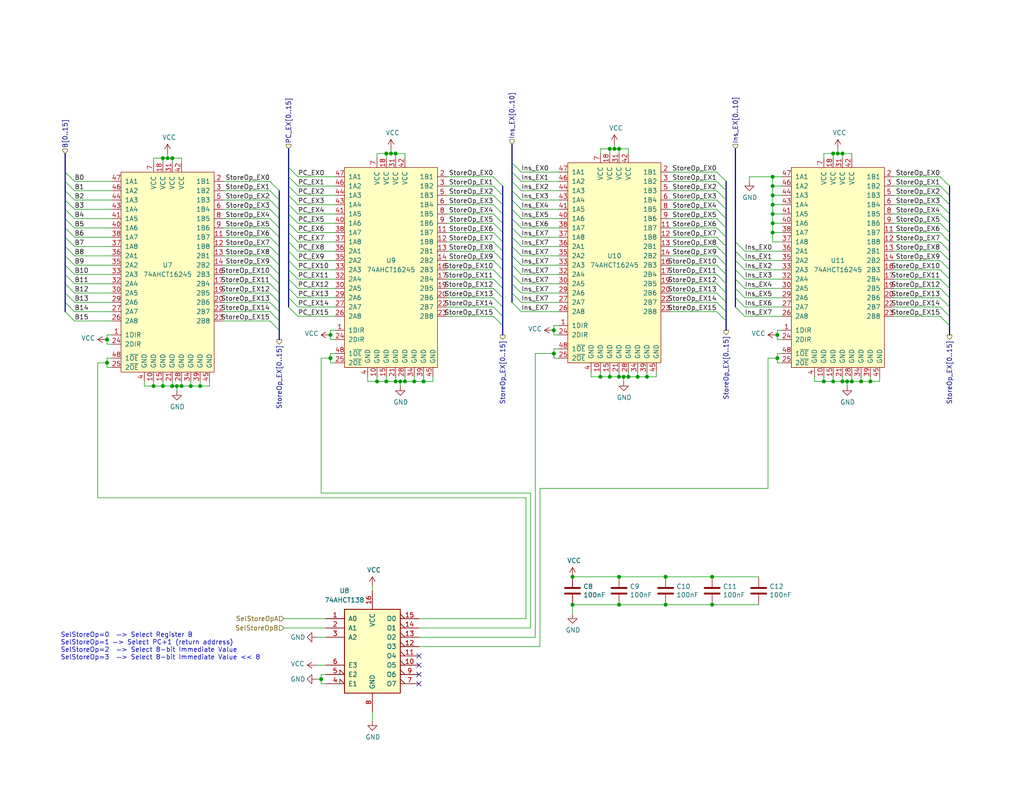
<source format=kicad_sch>
(kicad_sch (version 20250114) (generator "eeschema") (generator_version "9.0")
  (paper "USLetter")
  (title_block (title "Select Store Operand") (date "2022-09-24") (rev "B") (comment 3 "the program counter value, or an eight-bit immediate value.") (comment 4 "The Store Operand can be taken from either the value on port B of the register file,"))
  (lib_symbols
    (symbol "74xx (kicad5):74AHCT16245_ab" (pin_names (offset 1.016))
      (property "Reference" "U" (at 0 1.27 0))
      (property "Value" "74AHCT16245_ab" (at 0 -1.27 0))
      (symbol "74AHCT16245_ab_1_1"
        (pin input line (at -15.24 24.13 0) (length 2.54) (name "1A1") (number "47"))
        (pin input line (at -15.24 21.59 0) (length 2.54) (name "1A2") (number "46"))
        (pin input line (at -15.24 19.05 0) (length 2.54) (name "1A3") (number "44"))
        (pin input line (at -15.24 16.51 0) (length 2.54) (name "1A4") (number "43"))
        (pin input line (at -15.24 13.97 0) (length 2.54) (name "1A5") (number "41"))
        (pin input line (at -15.24 11.43 0) (length 2.54) (name "1A6") (number "40"))
        (pin input line (at -15.24 8.89 0) (length 2.54) (name "1A7") (number "38"))
        (pin input line (at -15.24 6.35 0) (length 2.54) (name "1A8") (number "37"))
        (pin input line (at -15.24 3.81 0) (length 2.54) (name "2A1") (number "36"))
        (pin input line (at -15.24 1.27 0) (length 2.54) (name "2A2") (number "35"))
        (pin input line (at -15.24 -1.27 0) (length 2.54) (name "2A3") (number "33"))
        (pin input line (at -15.24 -3.81 0) (length 2.54) (name "2A4") (number "32"))
        (pin input line (at -15.24 -6.35 0) (length 2.54) (name "2A5") (number "30"))
        (pin input line (at -15.24 -8.89 0) (length 2.54) (name "2A6") (number "29"))
        (pin input line (at -15.24 -11.43 0) (length 2.54) (name "2A7") (number "27"))
        (pin input line (at -15.24 -13.97 0) (length 2.54) (name "2A8") (number "26"))
        (pin input line (at -15.24 -17.78 0) (length 2.54) (name "1DIR") (number "1"))
        (pin input line (at -15.24 -20.32 0) (length 2.54) (name "2DIR") (number "24"))
        (pin input line (at -15.24 -24.13 0) (length 2.54) (name "1~{OE}") (number "48"))
        (pin input line (at -15.24 -26.67 0) (length 2.54) (name "2~{OE}") (number "25"))
        (pin power_in line (at -6.35 -30.48 90) (length 2.54) (name "GND") (number "4"))
        (pin power_in line (at -3.81 29.21 270) (length 2.54) (name "VCC") (number "7"))
        (pin power_in line (at -3.81 -30.48 90) (length 2.54) (name "GND") (number "10"))
        (pin power_in line (at -1.27 29.21 270) (length 2.54) (name "VCC") (number "18"))
        (pin power_in line (at -1.27 -30.48 90) (length 2.54) (name "GND") (number "15"))
        (pin power_in line (at 1.27 29.21 270) (length 2.54) (name "VCC") (number "31"))
        (pin power_in line (at 1.27 -30.48 90) (length 2.54) (name "GND") (number "21"))
        (pin power_in line (at 3.81 29.21 270) (length 2.54) (name "VCC") (number "42"))
        (pin power_in line (at 3.81 -30.48 90) (length 2.54) (name "GND") (number "28"))
        (pin power_in line (at 6.35 -30.48 90) (length 2.54) (name "GND") (number "34"))
        (pin power_in line (at 8.89 -30.48 90) (length 2.54) (name "GND") (number "39"))
        (pin power_in line (at 11.43 -30.48 90) (length 2.54) (name "GND") (number "45"))
        (pin tri_state line (at 15.24 24.13 180) (length 2.54) (name "1B1") (number "2"))
        (pin tri_state line (at 15.24 21.59 180) (length 2.54) (name "1B2") (number "3"))
        (pin tri_state line (at 15.24 19.05 180) (length 2.54) (name "1B3") (number "5"))
        (pin tri_state line (at 15.24 16.51 180) (length 2.54) (name "1B4") (number "6"))
        (pin tri_state line (at 15.24 13.97 180) (length 2.54) (name "1B5") (number "8"))
        (pin tri_state line (at 15.24 11.43 180) (length 2.54) (name "1B6") (number "9"))
        (pin tri_state line (at 15.24 8.89 180) (length 2.54) (name "1B7") (number "11"))
        (pin tri_state line (at 15.24 6.35 180) (length 2.54) (name "1B8") (number "12"))
        (pin tri_state line (at 15.24 3.81 180) (length 2.54) (name "2B1") (number "13"))
        (pin tri_state line (at 15.24 1.27 180) (length 2.54) (name "2B2") (number "14"))
        (pin tri_state line (at 15.24 -1.27 180) (length 2.54) (name "2B3") (number "16"))
        (pin tri_state line (at 15.24 -3.81 180) (length 2.54) (name "2B4") (number "17"))
        (pin tri_state line (at 15.24 -6.35 180) (length 2.54) (name "2B5") (number "19"))
        (pin tri_state line (at 15.24 -8.89 180) (length 2.54) (name "2B6") (number "20"))
        (pin tri_state line (at 15.24 -11.43 180) (length 2.54) (name "2B7") (number "22"))
        (pin tri_state line (at 15.24 -13.97 180) (length 2.54) (name "2B8") (number "23"))
      )
    )
    (symbol "74xx:74LS138" (pin_names (offset 1.016))
      (property "Reference" "U" (at -7.62 11.43 0))
      (property "Value" "74LS138" (at -7.62 -13.97 0))
      (symbol "74LS138_1_0"
        (pin input line (at -12.7 7.62 0) (length 5.08) (name "A0") (number "1"))
        (pin input line (at -12.7 5.08 0) (length 5.08) (name "A1") (number "2"))
        (pin input line (at -12.7 2.54 0) (length 5.08) (name "A2") (number "3"))
        (pin input line (at -12.7 -5.08 0) (length 5.08) (name "E3") (number "6"))
        (pin input input_low (at -12.7 -7.62 0) (length 5.08) (name "E2") (number "5"))
        (pin input input_low (at -12.7 -10.16 0) (length 5.08) (name "E1") (number "4"))
        (pin power_in line (at 0 15.24 270) (length 5.08) (name "VCC") (number "16"))
        (pin power_in line (at 0 -17.78 90) (length 5.08) (name "GND") (number "8"))
        (pin output output_low (at 12.7 7.62 180) (length 5.08) (name "O0") (number "15"))
        (pin output output_low (at 12.7 5.08 180) (length 5.08) (name "O1") (number "14"))
        (pin output output_low (at 12.7 2.54 180) (length 5.08) (name "O2") (number "13"))
        (pin output output_low (at 12.7 0 180) (length 5.08) (name "O3") (number "12"))
        (pin output output_low (at 12.7 -2.54 180) (length 5.08) (name "O4") (number "11"))
        (pin output output_low (at 12.7 -5.08 180) (length 5.08) (name "O5") (number "10"))
        (pin output output_low (at 12.7 -7.62 180) (length 5.08) (name "O6") (number "9"))
        (pin output output_low (at 12.7 -10.16 180) (length 5.08) (name "O7") (number "7"))
      )
    )
    (symbol "Device:C" (pin_numbers (hide yes)) (pin_names (offset 0.254))
      (property "Reference" "C" (at 0.635 2.54 0))
      (property "Value" "C" (at 0.635 -2.54 0))
      (symbol "C_1_1"
        (pin passive line (at 0 3.81 270) (length 2.794) (name "~") (number "1"))
        (pin passive line (at 0 -3.81 90) (length 2.794) (name "~") (number "2"))
      )
    )
    (symbol "power:GND" (power) (pin_names (offset 0))
      (property "Value" "GND" (at 0 -3.81 0))
      (symbol "GND_1_1"
        (pin power_in line (at 0 0 270) (length 0) (hide yes) (name "GND") (number "1"))
      )
    )
    (symbol "power:VCC" (power) (pin_names (offset 0))
      (property "Value" "VCC" (at 0 3.81 0))
      (symbol "VCC_1_1"
        (pin power_in line (at 0 0 90) (length 0) (hide yes) (name "VCC") (number "1"))
      )
    )
  )
  (text "SelStoreOp=0  —> Select Register B\nSelStoreOp=1 —> Select PC+1 (return address)\nSelStoreOp=2  —> Select 8-bit Immediate Value\nSelStoreOp=3  —> Select 8-bit Immediate Value << 8" (at 16.51 180.34 0) (effects (font (size 1.27 1.27)) (justify left bottom)))
  (junction (at 176.53 102.87))
  (junction (at 212.09 91.44))
  (junction (at 181.61 165.1))
  (junction (at 29.21 92.71))
  (junction (at 228.6 41.91))
  (junction (at 107.95 104.14))
  (junction (at 227.33 41.91))
  (junction (at 87.63 185.42))
  (junction (at 181.61 157.48))
  (junction (at 168.91 102.87))
  (junction (at 167.64 40.64))
  (junction (at 210.82 50.8))
  (junction (at 212.09 97.79))
  (junction (at 52.07 105.41))
  (junction (at 46.99 43.18))
  (junction (at 224.79 104.14))
  (junction (at 46.99 105.41))
  (junction (at 105.41 41.91))
  (junction (at 106.68 41.91))
  (junction (at 210.82 60.96))
  (junction (at 229.87 41.91))
  (junction (at 170.18 102.87))
  (junction (at 156.21 157.48))
  (junction (at 171.45 102.87))
  (junction (at 231.14 104.14))
  (junction (at 166.37 40.64))
  (junction (at 102.87 104.14))
  (junction (at 44.45 43.18))
  (junction (at 210.82 53.34))
  (junction (at 115.57 104.14))
  (junction (at 163.83 102.87))
  (junction (at 194.31 165.1))
  (junction (at 110.49 104.14))
  (junction (at 237.49 104.14))
  (junction (at 210.82 55.88))
  (junction (at 49.53 105.41))
  (junction (at 166.37 102.87))
  (junction (at 107.95 41.91))
  (junction (at 151.13 96.52))
  (junction (at 105.41 104.14))
  (junction (at 41.91 105.41))
  (junction (at 194.31 157.48))
  (junction (at 44.45 105.41))
  (junction (at 29.21 99.06))
  (junction (at 227.33 104.14))
  (junction (at 168.91 40.64))
  (junction (at 54.61 105.41))
  (junction (at 234.95 104.14))
  (junction (at 210.82 63.5))
  (junction (at 90.17 97.79))
  (junction (at 48.26 105.41))
  (junction (at 232.41 104.14))
  (junction (at 210.82 48.26))
  (junction (at 113.03 104.14))
  (junction (at 151.13 90.17))
  (junction (at 156.21 165.1))
  (junction (at 109.22 104.14))
  (junction (at 168.91 165.1))
  (junction (at 173.99 102.87))
  (junction (at 90.17 91.44))
  (junction (at 168.91 157.48))
  (junction (at 210.82 58.42))
  (junction (at 229.87 104.14))
  (junction (at 45.72 43.18))
  (no_connect (at 114.3 181.61))
  (no_connect (at 114.3 184.15))
  (no_connect (at 114.3 186.69))
  (no_connect (at 114.3 179.07))
  (bus_entry (at 142.24 54.61) (size -2.54 -2.54))
  (bus_entry (at 203.2 73.66) (size -2.54 -2.54))
  (bus_entry (at 198.12 82.55) (size -2.54 -2.54))
  (bus_entry (at 17.78 85.09) (size 2.54 2.54))
  (bus_entry (at 81.28 55.88) (size -2.54 -2.54))
  (bus_entry (at 81.28 78.74) (size -2.54 -2.54))
  (bus_entry (at 17.78 59.69) (size 2.54 2.54))
  (bus_entry (at 259.08 55.88) (size -2.54 -2.54))
  (bus_entry (at 142.24 85.09) (size -2.54 -2.54))
  (bus_entry (at 81.28 83.82) (size -2.54 -2.54))
  (bus_entry (at 76.2 80.01) (size -2.54 -2.54))
  (bus_entry (at 203.2 78.74) (size -2.54 -2.54))
  (bus_entry (at 137.16 66.04) (size -2.54 -2.54))
  (bus_entry (at 198.12 57.15) (size -2.54 -2.54))
  (bus_entry (at 142.24 49.53) (size -2.54 -2.54))
  (bus_entry (at 76.2 54.61) (size -2.54 -2.54))
  (bus_entry (at 142.24 62.23) (size -2.54 -2.54))
  (bus_entry (at 17.78 72.39) (size 2.54 2.54))
  (bus_entry (at 198.12 62.23) (size -2.54 -2.54))
  (bus_entry (at 17.78 46.99) (size 2.54 2.54))
  (bus_entry (at 137.16 83.82) (size -2.54 -2.54))
  (bus_entry (at 203.2 71.12) (size -2.54 -2.54))
  (bus_entry (at 259.08 68.58) (size -2.54 -2.54))
  (bus_entry (at 17.78 62.23) (size 2.54 2.54))
  (bus_entry (at 76.2 64.77) (size -2.54 -2.54))
  (bus_entry (at 17.78 54.61) (size 2.54 2.54))
  (bus_entry (at 137.16 68.58) (size -2.54 -2.54))
  (bus_entry (at 259.08 66.04) (size -2.54 -2.54))
  (bus_entry (at 137.16 78.74) (size -2.54 -2.54))
  (bus_entry (at 203.2 81.28) (size -2.54 -2.54))
  (bus_entry (at 198.12 77.47) (size -2.54 -2.54))
  (bus_entry (at 198.12 87.63) (size -2.54 -2.54))
  (bus_entry (at 142.24 46.99) (size -2.54 -2.54))
  (bus_entry (at 137.16 71.12) (size -2.54 -2.54))
  (bus_entry (at 198.12 49.53) (size -2.54 -2.54))
  (bus_entry (at 17.78 77.47) (size 2.54 2.54))
  (bus_entry (at 81.28 63.5) (size -2.54 -2.54))
  (bus_entry (at 81.28 76.2) (size -2.54 -2.54))
  (bus_entry (at 17.78 69.85) (size 2.54 2.54))
  (bus_entry (at 198.12 72.39) (size -2.54 -2.54))
  (bus_entry (at 142.24 82.55) (size -2.54 -2.54))
  (bus_entry (at 198.12 69.85) (size -2.54 -2.54))
  (bus_entry (at 137.16 63.5) (size -2.54 -2.54))
  (bus_entry (at 259.08 86.36) (size -2.54 -2.54))
  (bus_entry (at 76.2 85.09) (size -2.54 -2.54))
  (bus_entry (at 142.24 59.69) (size -2.54 -2.54))
  (bus_entry (at 198.12 52.07) (size -2.54 -2.54))
  (bus_entry (at 198.12 85.09) (size -2.54 -2.54))
  (bus_entry (at 259.08 73.66) (size -2.54 -2.54))
  (bus_entry (at 259.08 78.74) (size -2.54 -2.54))
  (bus_entry (at 259.08 63.5) (size -2.54 -2.54))
  (bus_entry (at 76.2 90.17) (size -2.54 -2.54))
  (bus_entry (at 142.24 57.15) (size -2.54 -2.54))
  (bus_entry (at 259.08 58.42) (size -2.54 -2.54))
  (bus_entry (at 137.16 58.42) (size -2.54 -2.54))
  (bus_entry (at 259.08 50.8) (size -2.54 -2.54))
  (bus_entry (at 259.08 88.9) (size -2.54 -2.54))
  (bus_entry (at 17.78 52.07) (size 2.54 2.54))
  (bus_entry (at 17.78 74.93) (size 2.54 2.54))
  (bus_entry (at 198.12 59.69) (size -2.54 -2.54))
  (bus_entry (at 76.2 77.47) (size -2.54 -2.54))
  (bus_entry (at 81.28 71.12) (size -2.54 -2.54))
  (bus_entry (at 137.16 50.8) (size -2.54 -2.54))
  (bus_entry (at 137.16 76.2) (size -2.54 -2.54))
  (bus_entry (at 81.28 53.34) (size -2.54 -2.54))
  (bus_entry (at 81.28 66.04) (size -2.54 -2.54))
  (bus_entry (at 17.78 82.55) (size 2.54 2.54))
  (bus_entry (at 17.78 80.01) (size 2.54 2.54))
  (bus_entry (at 81.28 73.66) (size -2.54 -2.54))
  (bus_entry (at 17.78 64.77) (size 2.54 2.54))
  (bus_entry (at 142.24 69.85) (size -2.54 -2.54))
  (bus_entry (at 81.28 68.58) (size -2.54 -2.54))
  (bus_entry (at 81.28 48.26) (size -2.54 -2.54))
  (bus_entry (at 76.2 52.07) (size -2.54 -2.54))
  (bus_entry (at 259.08 81.28) (size -2.54 -2.54))
  (bus_entry (at 259.08 71.12) (size -2.54 -2.54))
  (bus_entry (at 203.2 76.2) (size -2.54 -2.54))
  (bus_entry (at 142.24 64.77) (size -2.54 -2.54))
  (bus_entry (at 198.12 67.31) (size -2.54 -2.54))
  (bus_entry (at 203.2 83.82) (size -2.54 -2.54))
  (bus_entry (at 76.2 82.55) (size -2.54 -2.54))
  (bus_entry (at 142.24 74.93) (size -2.54 -2.54))
  (bus_entry (at 76.2 69.85) (size -2.54 -2.54))
  (bus_entry (at 137.16 81.28) (size -2.54 -2.54))
  (bus_entry (at 81.28 58.42) (size -2.54 -2.54))
  (bus_entry (at 76.2 74.93) (size -2.54 -2.54))
  (bus_entry (at 137.16 53.34) (size -2.54 -2.54))
  (bus_entry (at 137.16 55.88) (size -2.54 -2.54))
  (bus_entry (at 137.16 73.66) (size -2.54 -2.54))
  (bus_entry (at 259.08 60.96) (size -2.54 -2.54))
  (bus_entry (at 17.78 57.15) (size 2.54 2.54))
  (bus_entry (at 76.2 59.69) (size -2.54 -2.54))
  (bus_entry (at 198.12 74.93) (size -2.54 -2.54))
  (bus_entry (at 17.78 49.53) (size 2.54 2.54))
  (bus_entry (at 203.2 86.36) (size -2.54 -2.54))
  (bus_entry (at 198.12 64.77) (size -2.54 -2.54))
  (bus_entry (at 259.08 83.82) (size -2.54 -2.54))
  (bus_entry (at 259.08 53.34) (size -2.54 -2.54))
  (bus_entry (at 203.2 68.58) (size -2.54 -2.54))
  (bus_entry (at 198.12 80.01) (size -2.54 -2.54))
  (bus_entry (at 81.28 86.36) (size -2.54 -2.54))
  (bus_entry (at 142.24 77.47) (size -2.54 -2.54))
  (bus_entry (at 142.24 72.39) (size -2.54 -2.54))
  (bus_entry (at 76.2 62.23) (size -2.54 -2.54))
  (bus_entry (at 81.28 50.8) (size -2.54 -2.54))
  (bus_entry (at 76.2 87.63) (size -2.54 -2.54))
  (bus_entry (at 142.24 52.07) (size -2.54 -2.54))
  (bus_entry (at 76.2 67.31) (size -2.54 -2.54))
  (bus_entry (at 142.24 67.31) (size -2.54 -2.54))
  (bus_entry (at 17.78 67.31) (size 2.54 2.54))
  (bus_entry (at 137.16 86.36) (size -2.54 -2.54))
  (bus_entry (at 198.12 54.61) (size -2.54 -2.54))
  (bus_entry (at 76.2 72.39) (size -2.54 -2.54))
  (bus_entry (at 259.08 76.2) (size -2.54 -2.54))
  (bus_entry (at 137.16 88.9) (size -2.54 -2.54))
  (bus_entry (at 81.28 60.96) (size -2.54 -2.54))
  (bus_entry (at 137.16 60.96) (size -2.54 -2.54))
  (bus_entry (at 142.24 80.01) (size -2.54 -2.54))
  (bus_entry (at 76.2 57.15) (size -2.54 -2.54))
  (bus_entry (at 81.28 81.28) (size -2.54 -2.54))
  (wire (pts (xy 203.2 86.36) (xy 213.36 86.36)))
  (wire (pts (xy 105.41 41.91) (xy 106.68 41.91)))
  (wire (pts (xy 134.62 58.42) (xy 121.92 58.42)))
  (wire (pts (xy 29.21 100.33) (xy 30.48 100.33)))
  (bus (pts (xy 139.7 64.77) (xy 139.7 67.31)))
  (bus (pts (xy 137.16 50.8) (xy 137.16 53.34)))
  (bus (pts (xy 139.7 69.85) (xy 139.7 72.39)))
  (wire (pts (xy 20.32 49.53) (xy 30.48 49.53)))
  (bus (pts (xy 17.78 67.31) (xy 17.78 69.85)))
  (wire (pts (xy 44.45 104.14) (xy 44.45 105.41)))
  (bus (pts (xy 259.08 78.74) (xy 259.08 81.28)))
  (bus (pts (xy 76.2 87.63) (xy 76.2 90.17)))
  (wire (pts (xy 87.63 134.62) (xy 144.78 134.62)))
  (wire (pts (xy 113.03 104.14) (xy 115.57 104.14)))
  (wire (pts (xy 109.22 104.14) (xy 110.49 104.14)))
  (wire (pts (xy 109.22 105.41) (xy 109.22 104.14)))
  (bus (pts (xy 76.2 57.15) (xy 76.2 59.69)))
  (bus (pts (xy 198.12 57.15) (xy 198.12 59.69)))
  (bus (pts (xy 259.08 58.42) (xy 259.08 60.96)))
  (wire (pts (xy 173.99 102.87) (xy 176.53 102.87)))
  (wire (pts (xy 91.44 90.17) (xy 90.17 90.17)))
  (bus (pts (xy 17.78 46.99) (xy 17.78 49.53)))
  (wire (pts (xy 134.62 78.74) (xy 121.92 78.74)))
  (wire (pts (xy 102.87 41.91) (xy 105.41 41.91)))
  (wire (pts (xy 20.32 72.39) (xy 30.48 72.39)))
  (wire (pts (xy 156.21 167.64) (xy 156.21 165.1)))
  (wire (pts (xy 90.17 97.79) (xy 90.17 99.06)))
  (wire (pts (xy 115.57 104.14) (xy 118.11 104.14)))
  (wire (pts (xy 256.54 55.88) (xy 243.84 55.88)))
  (wire (pts (xy 87.63 186.69) (xy 88.9 186.69)))
  (wire (pts (xy 134.62 73.66) (xy 121.92 73.66)))
  (wire (pts (xy 73.66 69.85) (xy 60.96 69.85)))
  (wire (pts (xy 73.66 74.93) (xy 60.96 74.93)))
  (wire (pts (xy 151.13 88.9) (xy 151.13 90.17)))
  (bus (pts (xy 17.78 64.77) (xy 17.78 67.31)))
  (bus (pts (xy 198.12 80.01) (xy 198.12 82.55)))
  (bus (pts (xy 198.12 52.07) (xy 198.12 54.61)))
  (wire (pts (xy 152.4 91.44) (xy 151.13 91.44)))
  (wire (pts (xy 142.24 67.31) (xy 152.4 67.31)))
  (bus (pts (xy 139.7 49.53) (xy 139.7 52.07)))
  (bus (pts (xy 17.78 80.01) (xy 17.78 82.55)))
  (wire (pts (xy 237.49 102.87) (xy 237.49 104.14)))
  (wire (pts (xy 73.66 57.15) (xy 60.96 57.15)))
  (wire (pts (xy 20.32 67.31) (xy 30.48 67.31)))
  (wire (pts (xy 90.17 96.52) (xy 90.17 97.79)))
  (bus (pts (xy 78.74 66.04) (xy 78.74 68.58)))
  (wire (pts (xy 88.9 184.15) (xy 87.63 184.15)))
  (bus (pts (xy 259.08 73.66) (xy 259.08 76.2)))
  (wire (pts (xy 110.49 102.87) (xy 110.49 104.14)))
  (bus (pts (xy 200.66 76.2) (xy 200.66 78.74)))
  (wire (pts (xy 29.21 99.06) (xy 29.21 100.33)))
  (wire (pts (xy 176.53 102.87) (xy 179.07 102.87)))
  (bus (pts (xy 76.2 80.01) (xy 76.2 82.55)))
  (wire (pts (xy 166.37 102.87) (xy 168.91 102.87)))
  (wire (pts (xy 210.82 50.8) (xy 210.82 48.26)))
  (wire (pts (xy 232.41 41.91) (xy 232.41 43.18)))
  (wire (pts (xy 256.54 81.28) (xy 243.84 81.28)))
  (wire (pts (xy 110.49 41.91) (xy 110.49 43.18)))
  (wire (pts (xy 173.99 101.6) (xy 173.99 102.87)))
  (wire (pts (xy 107.95 104.14) (xy 109.22 104.14)))
  (bus (pts (xy 139.7 74.93) (xy 139.7 77.47)))
  (bus (pts (xy 259.08 88.9) (xy 259.08 91.44)))
  (wire (pts (xy 146.05 96.52) (xy 146.05 173.99)))
  (bus (pts (xy 200.66 66.04) (xy 200.66 68.58)))
  (wire (pts (xy 142.24 69.85) (xy 152.4 69.85)))
  (wire (pts (xy 142.24 80.01) (xy 152.4 80.01)))
  (wire (pts (xy 195.58 59.69) (xy 182.88 59.69)))
  (wire (pts (xy 29.21 91.44) (xy 29.21 92.71)))
  (wire (pts (xy 73.66 59.69) (xy 60.96 59.69)))
  (wire (pts (xy 114.3 176.53) (xy 147.32 176.53)))
  (wire (pts (xy 48.26 106.68) (xy 48.26 105.41)))
  (wire (pts (xy 195.58 69.85) (xy 182.88 69.85)))
  (wire (pts (xy 106.68 40.64) (xy 106.68 41.91)))
  (wire (pts (xy 102.87 102.87) (xy 102.87 104.14)))
  (bus (pts (xy 76.2 67.31) (xy 76.2 69.85)))
  (bus (pts (xy 78.74 58.42) (xy 78.74 60.96)))
  (wire (pts (xy 134.62 60.96) (xy 121.92 60.96)))
  (wire (pts (xy 91.44 96.52) (xy 90.17 96.52)))
  (wire (pts (xy 81.28 71.12) (xy 91.44 71.12)))
  (wire (pts (xy 142.24 64.77) (xy 152.4 64.77)))
  (bus (pts (xy 137.16 53.34) (xy 137.16 55.88)))
  (wire (pts (xy 87.63 184.15) (xy 87.63 185.42)))
  (bus (pts (xy 78.74 68.58) (xy 78.74 71.12)))
  (wire (pts (xy 20.32 57.15) (xy 30.48 57.15)))
  (wire (pts (xy 29.21 93.98) (xy 29.21 92.71)))
  (wire (pts (xy 227.33 104.14) (xy 229.87 104.14)))
  (wire (pts (xy 41.91 44.45) (xy 41.91 43.18)))
  (bus (pts (xy 137.16 73.66) (xy 137.16 76.2)))
  (wire (pts (xy 195.58 80.01) (xy 182.88 80.01)))
  (wire (pts (xy 203.2 73.66) (xy 213.36 73.66)))
  (wire (pts (xy 102.87 104.14) (xy 105.41 104.14)))
  (wire (pts (xy 222.25 102.87) (xy 222.25 104.14)))
  (wire (pts (xy 90.17 99.06) (xy 91.44 99.06)))
  (wire (pts (xy 81.28 66.04) (xy 91.44 66.04)))
  (wire (pts (xy 134.62 50.8) (xy 121.92 50.8)))
  (bus (pts (xy 17.78 72.39) (xy 17.78 74.93)))
  (wire (pts (xy 151.13 96.52) (xy 151.13 97.79)))
  (wire (pts (xy 142.24 49.53) (xy 152.4 49.53)))
  (wire (pts (xy 234.95 102.87) (xy 234.95 104.14)))
  (wire (pts (xy 142.24 74.93) (xy 152.4 74.93)))
  (bus (pts (xy 76.2 59.69) (xy 76.2 62.23)))
  (wire (pts (xy 181.61 157.48) (xy 194.31 157.48)))
  (wire (pts (xy 26.67 135.89) (xy 143.51 135.89)))
  (wire (pts (xy 100.33 102.87) (xy 100.33 104.14)))
  (wire (pts (xy 210.82 48.26) (xy 213.36 48.26)))
  (bus (pts (xy 198.12 49.53) (xy 198.12 52.07)))
  (bus (pts (xy 200.66 78.74) (xy 200.66 81.28)))
  (wire (pts (xy 115.57 102.87) (xy 115.57 104.14)))
  (wire (pts (xy 52.07 104.14) (xy 52.07 105.41)))
  (wire (pts (xy 134.62 71.12) (xy 121.92 71.12)))
  (wire (pts (xy 256.54 76.2) (xy 243.84 76.2)))
  (wire (pts (xy 224.79 41.91) (xy 227.33 41.91)))
  (wire (pts (xy 73.66 77.47) (xy 60.96 77.47)))
  (wire (pts (xy 81.28 68.58) (xy 91.44 68.58)))
  (bus (pts (xy 78.74 71.12) (xy 78.74 73.66)))
  (wire (pts (xy 168.91 40.64) (xy 168.91 41.91)))
  (wire (pts (xy 102.87 43.18) (xy 102.87 41.91)))
  (bus (pts (xy 259.08 50.8) (xy 259.08 53.34)))
  (wire (pts (xy 20.32 87.63) (xy 30.48 87.63)))
  (wire (pts (xy 81.28 50.8) (xy 91.44 50.8)))
  (wire (pts (xy 195.58 72.39) (xy 182.88 72.39)))
  (wire (pts (xy 77.47 168.91) (xy 88.9 168.91)))
  (wire (pts (xy 195.58 74.93) (xy 182.88 74.93)))
  (bus (pts (xy 76.2 64.77) (xy 76.2 67.31)))
  (wire (pts (xy 224.79 43.18) (xy 224.79 41.91)))
  (wire (pts (xy 203.2 78.74) (xy 213.36 78.74)))
  (wire (pts (xy 39.37 104.14) (xy 39.37 105.41)))
  (wire (pts (xy 105.41 104.14) (xy 107.95 104.14)))
  (wire (pts (xy 110.49 104.14) (xy 113.03 104.14)))
  (wire (pts (xy 151.13 97.79) (xy 152.4 97.79)))
  (wire (pts (xy 73.66 85.09) (xy 60.96 85.09)))
  (wire (pts (xy 142.24 77.47) (xy 152.4 77.47)))
  (bus (pts (xy 200.66 81.28) (xy 200.66 83.82)))
  (wire (pts (xy 203.2 71.12) (xy 213.36 71.12)))
  (bus (pts (xy 139.7 67.31) (xy 139.7 69.85)))
  (wire (pts (xy 212.09 99.06) (xy 213.36 99.06)))
  (wire (pts (xy 142.24 85.09) (xy 152.4 85.09)))
  (wire (pts (xy 147.32 133.35) (xy 147.32 176.53)))
  (wire (pts (xy 73.66 82.55) (xy 60.96 82.55)))
  (bus (pts (xy 137.16 58.42) (xy 137.16 60.96)))
  (bus (pts (xy 76.2 54.61) (xy 76.2 57.15)))
  (wire (pts (xy 49.53 105.41) (xy 52.07 105.41)))
  (bus (pts (xy 139.7 54.61) (xy 139.7 57.15)))
  (bus (pts (xy 259.08 81.28) (xy 259.08 83.82)))
  (wire (pts (xy 213.36 55.88) (xy 210.82 55.88)))
  (wire (pts (xy 181.61 165.1) (xy 168.91 165.1)))
  (wire (pts (xy 46.99 43.18) (xy 46.99 44.45)))
  (wire (pts (xy 73.66 64.77) (xy 60.96 64.77)))
  (wire (pts (xy 209.55 97.79) (xy 209.55 133.35)))
  (wire (pts (xy 52.07 105.41) (xy 54.61 105.41)))
  (wire (pts (xy 237.49 104.14) (xy 240.03 104.14)))
  (wire (pts (xy 171.45 102.87) (xy 173.99 102.87)))
  (bus (pts (xy 78.74 60.96) (xy 78.74 63.5)))
  (bus (pts (xy 139.7 39.37) (xy 139.7 44.45)))
  (wire (pts (xy 142.24 57.15) (xy 152.4 57.15)))
  (wire (pts (xy 212.09 96.52) (xy 212.09 97.79)))
  (wire (pts (xy 73.66 67.31) (xy 60.96 67.31)))
  (wire (pts (xy 73.66 87.63) (xy 60.96 87.63)))
  (wire (pts (xy 105.41 43.18) (xy 105.41 41.91)))
  (wire (pts (xy 234.95 104.14) (xy 237.49 104.14)))
  (wire (pts (xy 195.58 57.15) (xy 182.88 57.15)))
  (bus (pts (xy 139.7 80.01) (xy 139.7 82.55)))
  (wire (pts (xy 134.62 86.36) (xy 121.92 86.36)))
  (wire (pts (xy 195.58 52.07) (xy 182.88 52.07)))
  (bus (pts (xy 76.2 69.85) (xy 76.2 72.39)))
  (wire (pts (xy 44.45 44.45) (xy 44.45 43.18)))
  (wire (pts (xy 168.91 40.64) (xy 171.45 40.64)))
  (wire (pts (xy 195.58 67.31) (xy 182.88 67.31)))
  (wire (pts (xy 29.21 97.79) (xy 29.21 99.06)))
  (wire (pts (xy 101.6 194.31) (xy 101.6 196.85)))
  (bus (pts (xy 137.16 60.96) (xy 137.16 63.5)))
  (bus (pts (xy 139.7 57.15) (xy 139.7 59.69)))
  (wire (pts (xy 134.62 68.58) (xy 121.92 68.58)))
  (wire (pts (xy 20.32 62.23) (xy 30.48 62.23)))
  (wire (pts (xy 134.62 55.88) (xy 121.92 55.88)))
  (wire (pts (xy 195.58 49.53) (xy 182.88 49.53)))
  (wire (pts (xy 73.66 52.07) (xy 60.96 52.07)))
  (bus (pts (xy 200.66 40.64) (xy 200.66 66.04)))
  (wire (pts (xy 168.91 157.48) (xy 181.61 157.48)))
  (bus (pts (xy 139.7 52.07) (xy 139.7 54.61)))
  (bus (pts (xy 137.16 81.28) (xy 137.16 83.82)))
  (wire (pts (xy 224.79 102.87) (xy 224.79 104.14)))
  (wire (pts (xy 90.17 97.79) (xy 87.63 97.79)))
  (bus (pts (xy 17.78 52.07) (xy 17.78 54.61)))
  (wire (pts (xy 73.66 72.39) (xy 60.96 72.39)))
  (wire (pts (xy 212.09 97.79) (xy 212.09 99.06)))
  (wire (pts (xy 209.55 133.35) (xy 147.32 133.35)))
  (wire (pts (xy 87.63 185.42) (xy 87.63 186.69)))
  (wire (pts (xy 146.05 96.52) (xy 151.13 96.52)))
  (bus (pts (xy 78.74 78.74) (xy 78.74 81.28)))
  (wire (pts (xy 81.28 55.88) (xy 91.44 55.88)))
  (wire (pts (xy 156.21 157.48) (xy 168.91 157.48)))
  (wire (pts (xy 210.82 63.5) (xy 210.82 66.04)))
  (wire (pts (xy 45.72 43.18) (xy 46.99 43.18)))
  (wire (pts (xy 213.36 58.42) (xy 210.82 58.42)))
  (wire (pts (xy 203.2 76.2) (xy 213.36 76.2)))
  (wire (pts (xy 144.78 134.62) (xy 144.78 171.45)))
  (wire (pts (xy 41.91 104.14) (xy 41.91 105.41)))
  (wire (pts (xy 142.24 54.61) (xy 152.4 54.61)))
  (wire (pts (xy 168.91 101.6) (xy 168.91 102.87)))
  (bus (pts (xy 76.2 74.93) (xy 76.2 77.47)))
  (bus (pts (xy 137.16 68.58) (xy 137.16 71.12)))
  (wire (pts (xy 212.09 90.17) (xy 212.09 91.44)))
  (bus (pts (xy 259.08 60.96) (xy 259.08 63.5)))
  (bus (pts (xy 259.08 53.34) (xy 259.08 55.88)))
  (bus (pts (xy 198.12 62.23) (xy 198.12 64.77)))
  (bus (pts (xy 259.08 76.2) (xy 259.08 78.74)))
  (wire (pts (xy 195.58 54.61) (xy 182.88 54.61)))
  (wire (pts (xy 210.82 60.96) (xy 210.82 63.5)))
  (wire (pts (xy 176.53 101.6) (xy 176.53 102.87)))
  (bus (pts (xy 139.7 46.99) (xy 139.7 49.53)))
  (wire (pts (xy 210.82 58.42) (xy 210.82 60.96)))
  (bus (pts (xy 78.74 40.64) (xy 78.74 45.72)))
  (wire (pts (xy 256.54 53.34) (xy 243.84 53.34)))
  (bus (pts (xy 137.16 76.2) (xy 137.16 78.74)))
  (wire (pts (xy 210.82 58.42) (xy 210.82 55.88)))
  (wire (pts (xy 256.54 66.04) (xy 243.84 66.04)))
  (wire (pts (xy 163.83 102.87) (xy 166.37 102.87)))
  (wire (pts (xy 134.62 83.82) (xy 121.92 83.82)))
  (bus (pts (xy 200.66 68.58) (xy 200.66 71.12)))
  (wire (pts (xy 213.36 96.52) (xy 212.09 96.52)))
  (wire (pts (xy 20.32 82.55) (xy 30.48 82.55)))
  (wire (pts (xy 240.03 104.14) (xy 240.03 102.87)))
  (bus (pts (xy 198.12 54.61) (xy 198.12 57.15)))
  (wire (pts (xy 256.54 78.74) (xy 243.84 78.74)))
  (wire (pts (xy 195.58 62.23) (xy 182.88 62.23)))
  (wire (pts (xy 213.36 60.96) (xy 210.82 60.96)))
  (bus (pts (xy 137.16 88.9) (xy 137.16 91.44)))
  (wire (pts (xy 26.67 99.06) (xy 26.67 135.89)))
  (bus (pts (xy 17.78 57.15) (xy 17.78 59.69)))
  (wire (pts (xy 229.87 41.91) (xy 229.87 43.18)))
  (bus (pts (xy 78.74 76.2) (xy 78.74 78.74)))
  (wire (pts (xy 39.37 105.41) (xy 41.91 105.41)))
  (wire (pts (xy 46.99 105.41) (xy 48.26 105.41)))
  (bus (pts (xy 259.08 71.12) (xy 259.08 73.66)))
  (wire (pts (xy 73.66 80.01) (xy 60.96 80.01)))
  (wire (pts (xy 210.82 66.04) (xy 213.36 66.04)))
  (wire (pts (xy 227.33 43.18) (xy 227.33 41.91)))
  (wire (pts (xy 20.32 80.01) (xy 30.48 80.01)))
  (wire (pts (xy 163.83 40.64) (xy 166.37 40.64)))
  (wire (pts (xy 44.45 43.18) (xy 45.72 43.18)))
  (wire (pts (xy 167.64 40.64) (xy 168.91 40.64)))
  (bus (pts (xy 259.08 83.82) (xy 259.08 86.36)))
  (wire (pts (xy 142.24 82.55) (xy 152.4 82.55)))
  (bus (pts (xy 17.78 77.47) (xy 17.78 80.01)))
  (bus (pts (xy 139.7 62.23) (xy 139.7 64.77)))
  (wire (pts (xy 41.91 43.18) (xy 44.45 43.18)))
  (wire (pts (xy 229.87 41.91) (xy 232.41 41.91)))
  (wire (pts (xy 90.17 90.17) (xy 90.17 91.44)))
  (wire (pts (xy 20.32 59.69) (xy 30.48 59.69)))
  (wire (pts (xy 81.28 76.2) (xy 91.44 76.2)))
  (bus (pts (xy 137.16 66.04) (xy 137.16 68.58)))
  (wire (pts (xy 194.31 165.1) (xy 181.61 165.1)))
  (bus (pts (xy 17.78 59.69) (xy 17.78 62.23)))
  (wire (pts (xy 168.91 102.87) (xy 170.18 102.87)))
  (bus (pts (xy 78.74 53.34) (xy 78.74 55.88)))
  (bus (pts (xy 76.2 77.47) (xy 76.2 80.01)))
  (wire (pts (xy 229.87 102.87) (xy 229.87 104.14)))
  (wire (pts (xy 151.13 91.44) (xy 151.13 90.17)))
  (wire (pts (xy 231.14 104.14) (xy 232.41 104.14)))
  (wire (pts (xy 73.66 49.53) (xy 60.96 49.53)))
  (bus (pts (xy 17.78 62.23) (xy 17.78 64.77)))
  (wire (pts (xy 207.01 165.1) (xy 194.31 165.1)))
  (wire (pts (xy 142.24 62.23) (xy 152.4 62.23)))
  (wire (pts (xy 256.54 50.8) (xy 243.84 50.8)))
  (wire (pts (xy 90.17 92.71) (xy 90.17 91.44)))
  (wire (pts (xy 106.68 41.91) (xy 107.95 41.91)))
  (wire (pts (xy 118.11 104.14) (xy 118.11 102.87)))
  (wire (pts (xy 213.36 90.17) (xy 212.09 90.17)))
  (bus (pts (xy 17.78 49.53) (xy 17.78 52.07)))
  (wire (pts (xy 30.48 97.79) (xy 29.21 97.79)))
  (wire (pts (xy 57.15 105.41) (xy 57.15 104.14)))
  (wire (pts (xy 86.36 173.99) (xy 88.9 173.99)))
  (wire (pts (xy 91.44 92.71) (xy 90.17 92.71)))
  (bus (pts (xy 17.78 41.91) (xy 17.78 46.99)))
  (wire (pts (xy 81.28 73.66) (xy 91.44 73.66)))
  (wire (pts (xy 142.24 59.69) (xy 152.4 59.69)))
  (wire (pts (xy 81.28 83.82) (xy 91.44 83.82)))
  (wire (pts (xy 49.53 43.18) (xy 49.53 44.45)))
  (wire (pts (xy 44.45 105.41) (xy 46.99 105.41)))
  (bus (pts (xy 259.08 55.88) (xy 259.08 58.42)))
  (wire (pts (xy 20.32 69.85) (xy 30.48 69.85)))
  (wire (pts (xy 212.09 92.71) (xy 212.09 91.44)))
  (bus (pts (xy 198.12 87.63) (xy 198.12 90.17)))
  (wire (pts (xy 179.07 102.87) (xy 179.07 101.6)))
  (wire (pts (xy 194.31 157.48) (xy 207.01 157.48)))
  (bus (pts (xy 200.66 73.66) (xy 200.66 76.2)))
  (wire (pts (xy 195.58 46.99) (xy 182.88 46.99)))
  (bus (pts (xy 78.74 81.28) (xy 78.74 83.82)))
  (wire (pts (xy 134.62 66.04) (xy 121.92 66.04)))
  (wire (pts (xy 54.61 105.41) (xy 57.15 105.41)))
  (wire (pts (xy 168.91 165.1) (xy 156.21 165.1)))
  (wire (pts (xy 81.28 53.34) (xy 91.44 53.34)))
  (wire (pts (xy 256.54 86.36) (xy 243.84 86.36)))
  (wire (pts (xy 81.28 86.36) (xy 91.44 86.36)))
  (bus (pts (xy 76.2 62.23) (xy 76.2 64.77)))
  (wire (pts (xy 48.26 105.41) (xy 49.53 105.41)))
  (wire (pts (xy 41.91 105.41) (xy 44.45 105.41)))
  (wire (pts (xy 213.36 53.34) (xy 210.82 53.34)))
  (bus (pts (xy 139.7 59.69) (xy 139.7 62.23)))
  (wire (pts (xy 114.3 173.99) (xy 146.05 173.99)))
  (bus (pts (xy 200.66 71.12) (xy 200.66 73.66)))
  (wire (pts (xy 20.32 85.09) (xy 30.48 85.09)))
  (wire (pts (xy 107.95 41.91) (xy 107.95 43.18)))
  (bus (pts (xy 137.16 55.88) (xy 137.16 58.42)))
  (wire (pts (xy 195.58 64.77) (xy 182.88 64.77)))
  (wire (pts (xy 73.66 54.61) (xy 60.96 54.61)))
  (wire (pts (xy 170.18 104.14) (xy 170.18 102.87)))
  (wire (pts (xy 46.99 43.18) (xy 49.53 43.18)))
  (bus (pts (xy 76.2 82.55) (xy 76.2 85.09)))
  (bus (pts (xy 198.12 85.09) (xy 198.12 87.63)))
  (wire (pts (xy 161.29 101.6) (xy 161.29 102.87)))
  (wire (pts (xy 227.33 41.91) (xy 228.6 41.91)))
  (wire (pts (xy 46.99 104.14) (xy 46.99 105.41)))
  (wire (pts (xy 20.32 52.07) (xy 30.48 52.07)))
  (bus (pts (xy 78.74 55.88) (xy 78.74 58.42)))
  (wire (pts (xy 107.95 102.87) (xy 107.95 104.14)))
  (bus (pts (xy 76.2 52.07) (xy 76.2 54.61)))
  (wire (pts (xy 49.53 104.14) (xy 49.53 105.41)))
  (wire (pts (xy 100.33 104.14) (xy 102.87 104.14)))
  (wire (pts (xy 256.54 68.58) (xy 243.84 68.58)))
  (wire (pts (xy 166.37 101.6) (xy 166.37 102.87)))
  (bus (pts (xy 78.74 48.26) (xy 78.74 50.8)))
  (bus (pts (xy 259.08 63.5) (xy 259.08 66.04)))
  (bus (pts (xy 137.16 78.74) (xy 137.16 81.28)))
  (wire (pts (xy 166.37 40.64) (xy 167.64 40.64)))
  (wire (pts (xy 151.13 95.25) (xy 151.13 96.52)))
  (wire (pts (xy 101.6 160.02) (xy 101.6 161.29)))
  (wire (pts (xy 29.21 99.06) (xy 26.67 99.06)))
  (bus (pts (xy 78.74 45.72) (xy 78.74 48.26)))
  (wire (pts (xy 134.62 63.5) (xy 121.92 63.5)))
  (wire (pts (xy 256.54 60.96) (xy 243.84 60.96)))
  (wire (pts (xy 228.6 41.91) (xy 229.87 41.91)))
  (wire (pts (xy 161.29 102.87) (xy 163.83 102.87)))
  (wire (pts (xy 256.54 71.12) (xy 243.84 71.12)))
  (wire (pts (xy 30.48 93.98) (xy 29.21 93.98)))
  (wire (pts (xy 229.87 104.14) (xy 231.14 104.14)))
  (wire (pts (xy 212.09 97.79) (xy 209.55 97.79)))
  (wire (pts (xy 86.36 181.61) (xy 88.9 181.61)))
  (bus (pts (xy 137.16 71.12) (xy 137.16 73.66)))
  (bus (pts (xy 198.12 64.77) (xy 198.12 67.31)))
  (wire (pts (xy 20.32 74.93) (xy 30.48 74.93)))
  (wire (pts (xy 134.62 76.2) (xy 121.92 76.2)))
  (wire (pts (xy 195.58 82.55) (xy 182.88 82.55)))
  (wire (pts (xy 143.51 135.89) (xy 143.51 168.91)))
  (wire (pts (xy 87.63 97.79) (xy 87.63 134.62)))
  (wire (pts (xy 195.58 85.09) (xy 182.88 85.09)))
  (wire (pts (xy 167.64 39.37) (xy 167.64 40.64)))
  (bus (pts (xy 17.78 69.85) (xy 17.78 72.39)))
  (wire (pts (xy 213.36 63.5) (xy 210.82 63.5)))
  (wire (pts (xy 81.28 78.74) (xy 91.44 78.74)))
  (wire (pts (xy 170.18 102.87) (xy 171.45 102.87)))
  (wire (pts (xy 86.36 185.42) (xy 87.63 185.42)))
  (wire (pts (xy 81.28 63.5) (xy 91.44 63.5)))
  (wire (pts (xy 107.95 41.91) (xy 110.49 41.91)))
  (bus (pts (xy 259.08 86.36) (xy 259.08 88.9)))
  (wire (pts (xy 231.14 105.41) (xy 231.14 104.14)))
  (bus (pts (xy 259.08 68.58) (xy 259.08 71.12)))
  (wire (pts (xy 171.45 101.6) (xy 171.45 102.87)))
  (wire (pts (xy 81.28 58.42) (xy 91.44 58.42)))
  (bus (pts (xy 76.2 72.39) (xy 76.2 74.93)))
  (bus (pts (xy 259.08 66.04) (xy 259.08 68.58)))
  (wire (pts (xy 134.62 48.26) (xy 121.92 48.26)))
  (wire (pts (xy 213.36 92.71) (xy 212.09 92.71)))
  (wire (pts (xy 73.66 62.23) (xy 60.96 62.23)))
  (wire (pts (xy 228.6 40.64) (xy 228.6 41.91)))
  (wire (pts (xy 256.54 73.66) (xy 243.84 73.66)))
  (wire (pts (xy 142.24 46.99) (xy 152.4 46.99)))
  (bus (pts (xy 137.16 63.5) (xy 137.16 66.04)))
  (wire (pts (xy 113.03 102.87) (xy 113.03 104.14)))
  (wire (pts (xy 20.32 54.61) (xy 30.48 54.61)))
  (bus (pts (xy 198.12 69.85) (xy 198.12 72.39)))
  (bus (pts (xy 17.78 74.93) (xy 17.78 77.47)))
  (bus (pts (xy 139.7 72.39) (xy 139.7 74.93)))
  (wire (pts (xy 166.37 41.91) (xy 166.37 40.64)))
  (wire (pts (xy 142.24 72.39) (xy 152.4 72.39)))
  (bus (pts (xy 76.2 85.09) (xy 76.2 87.63)))
  (wire (pts (xy 152.4 88.9) (xy 151.13 88.9)))
  (wire (pts (xy 20.32 64.77) (xy 30.48 64.77)))
  (wire (pts (xy 227.33 102.87) (xy 227.33 104.14)))
  (wire (pts (xy 232.41 104.14) (xy 234.95 104.14)))
  (bus (pts (xy 198.12 74.93) (xy 198.12 77.47)))
  (bus (pts (xy 137.16 86.36) (xy 137.16 88.9)))
  (wire (pts (xy 256.54 48.26) (xy 243.84 48.26)))
  (wire (pts (xy 256.54 63.5) (xy 243.84 63.5)))
  (bus (pts (xy 198.12 72.39) (xy 198.12 74.93)))
  (wire (pts (xy 81.28 48.26) (xy 91.44 48.26)))
  (bus (pts (xy 78.74 63.5) (xy 78.74 66.04)))
  (bus (pts (xy 78.74 73.66) (xy 78.74 76.2)))
  (wire (pts (xy 213.36 50.8) (xy 210.82 50.8)))
  (wire (pts (xy 222.25 104.14) (xy 224.79 104.14)))
  (wire (pts (xy 142.24 52.07) (xy 152.4 52.07)))
  (wire (pts (xy 105.41 102.87) (xy 105.41 104.14)))
  (wire (pts (xy 224.79 104.14) (xy 227.33 104.14)))
  (bus (pts (xy 78.74 50.8) (xy 78.74 53.34)))
  (wire (pts (xy 210.82 55.88) (xy 210.82 53.34)))
  (bus (pts (xy 198.12 67.31) (xy 198.12 69.85)))
  (bus (pts (xy 137.16 83.82) (xy 137.16 86.36)))
  (bus (pts (xy 139.7 44.45) (xy 139.7 46.99)))
  (wire (pts (xy 77.47 171.45) (xy 88.9 171.45)))
  (wire (pts (xy 203.2 81.28) (xy 213.36 81.28)))
  (wire (pts (xy 20.32 77.47) (xy 30.48 77.47)))
  (wire (pts (xy 204.47 49.53) (xy 204.47 48.26)))
  (wire (pts (xy 195.58 77.47) (xy 182.88 77.47)))
  (wire (pts (xy 144.78 171.45) (xy 114.3 171.45)))
  (wire (pts (xy 152.4 95.25) (xy 151.13 95.25)))
  (wire (pts (xy 45.72 41.91) (xy 45.72 43.18)))
  (bus (pts (xy 198.12 82.55) (xy 198.12 85.09)))
  (wire (pts (xy 210.82 53.34) (xy 210.82 50.8)))
  (wire (pts (xy 163.83 41.91) (xy 163.83 40.64)))
  (bus (pts (xy 139.7 77.47) (xy 139.7 80.01)))
  (bus (pts (xy 17.78 82.55) (xy 17.78 85.09)))
  (wire (pts (xy 134.62 53.34) (xy 121.92 53.34)))
  (wire (pts (xy 204.47 48.26) (xy 210.82 48.26)))
  (wire (pts (xy 171.45 40.64) (xy 171.45 41.91)))
  (wire (pts (xy 163.83 101.6) (xy 163.83 102.87)))
  (wire (pts (xy 30.48 91.44) (xy 29.21 91.44)))
  (bus (pts (xy 198.12 59.69) (xy 198.12 62.23)))
  (wire (pts (xy 256.54 83.82) (xy 243.84 83.82)))
  (wire (pts (xy 203.2 68.58) (xy 213.36 68.58)))
  (bus (pts (xy 198.12 77.47) (xy 198.12 80.01)))
  (wire (pts (xy 203.2 83.82) (xy 213.36 83.82)))
  (wire (pts (xy 143.51 168.91) (xy 114.3 168.91)))
  (wire (pts (xy 232.41 102.87) (xy 232.41 104.14)))
  (wire (pts (xy 81.28 60.96) (xy 91.44 60.96)))
  (wire (pts (xy 256.54 58.42) (xy 243.84 58.42)))
  (wire (pts (xy 134.62 81.28) (xy 121.92 81.28)))
  (wire (pts (xy 54.61 104.14) (xy 54.61 105.41)))
  (wire (pts (xy 81.28 81.28) (xy 91.44 81.28)))
  (bus (pts (xy 17.78 54.61) (xy 17.78 57.15)))
  (bus (pts (xy 76.2 90.17) (xy 76.2 92.71)))
  (label "StoreOp_EX10" (at 256.54 73.66 180))
  (label "StoreOp_EX7" (at 195.58 64.77 180))
  (label "StoreOp_EX13" (at 134.62 81.28 180))
  (label "StoreOp_EX6" (at 73.66 64.77 180))
  (label "B11" (at 20.32 77.47 0))
  (label "Ins_EX3" (at 142.24 54.61 0))
  (label "B8" (at 20.32 69.85 0))
  (label "StoreOp_EX7" (at 256.54 66.04 180))
  (label "StoreOp_EX10" (at 195.58 72.39 180))
  (label "PC_EX8" (at 81.28 68.58 0))
  (label "Ins_EX6" (at 203.2 83.82 0))
  (label "StoreOp_EX11" (at 134.62 76.2 180))
  (label "PC_EX0" (at 81.28 48.26 0))
  (label "StoreOp_EX14" (at 73.66 85.09 180))
  (label "StoreOp_EX4" (at 73.66 59.69 180))
  (label "B10" (at 20.32 74.93 0))
  (label "StoreOp_EX11" (at 256.54 76.2 180))
  (label "B12" (at 20.32 80.01 0))
  (label "StoreOp_EX11" (at 73.66 77.47 180))
  (label "StoreOp_EX10" (at 73.66 74.93 180))
  (label "PC_EX10" (at 81.28 73.66 0))
  (label "StoreOp_EX15" (at 256.54 86.36 180))
  (label "B15" (at 20.32 87.63 0))
  (label "StoreOp_EX3" (at 256.54 55.88 180))
  (label "PC_EX4" (at 81.28 58.42 0))
  (label "Ins_EX7" (at 142.24 74.93 0))
  (label "StoreOp_EX5" (at 195.58 59.69 180))
  (label "StoreOp_EX6" (at 256.54 63.5 180))
  (label "StoreOp_EX4" (at 134.62 58.42 180))
  (label "B2" (at 20.32 54.61 0))
  (label "StoreOp_EX15" (at 134.62 86.36 180))
  (label "StoreOp_EX2" (at 256.54 53.34 180))
  (label "StoreOp_EX4" (at 195.58 57.15 180))
  (label "StoreOp_EX8" (at 195.58 67.31 180))
  (label "StoreOp_EX13" (at 195.58 80.01 180))
  (label "StoreOp_EX14" (at 256.54 83.82 180))
  (label "B0" (at 20.32 49.53 0))
  (label "StoreOp_EX4" (at 256.54 58.42 180))
  (label "StoreOp_EX8" (at 134.62 68.58 180))
  (label "PC_EX13" (at 81.28 81.28 0))
  (label "Ins_EX7" (at 203.2 86.36 0))
  (label "PC_EX3" (at 81.28 55.88 0))
  (label "StoreOp_EX0" (at 256.54 48.26 180))
  (label "StoreOp_EX13" (at 256.54 81.28 180))
  (label "Ins_EX7" (at 142.24 72.39 0))
  (label "Ins_EX7" (at 142.24 85.09 0))
  (label "PC_EX9" (at 81.28 71.12 0))
  (label "Ins_EX0" (at 203.2 68.58 0))
  (label "StoreOp_EX12" (at 195.58 77.47 180))
  (label "Ins_EX7" (at 142.24 64.77 0))
  (label "StoreOp_EX3" (at 73.66 57.15 180))
  (label "StoreOp_EX7" (at 134.62 66.04 180))
  (label "B3" (at 20.32 57.15 0))
  (label "StoreOp_EX2" (at 195.58 52.07 180))
  (label "Ins_EX7" (at 142.24 80.01 0))
  (label "Ins_EX1" (at 203.2 71.12 0))
  (label "StoreOp_EX6" (at 195.58 62.23 180))
  (label "PC_EX2" (at 81.28 53.34 0))
  (label "PC_EX6" (at 81.28 63.5 0))
  (label "StoreOp_EX14" (at 134.62 83.82 180))
  (label "Ins_EX1" (at 142.24 49.53 0))
  (label "Ins_EX2" (at 142.24 52.07 0))
  (label "StoreOp_EX15" (at 73.66 87.63 180))
  (label "Ins_EX7" (at 142.24 77.47 0))
  (label "Ins_EX3" (at 203.2 76.2 0))
  (label "StoreOp_EX12" (at 256.54 78.74 180))
  (label "B1" (at 20.32 52.07 0))
  (label "PC_EX5" (at 81.28 60.96 0))
  (label "StoreOp_EX12" (at 134.62 78.74 180))
  (label "PC_EX11" (at 81.28 76.2 0))
  (label "StoreOp_EX2" (at 73.66 54.61 180))
  (label "StoreOp_EX9" (at 256.54 71.12 180))
  (label "B14" (at 20.32 85.09 0))
  (label "StoreOp_EX5" (at 256.54 60.96 180))
  (label "StoreOp_EX7" (at 73.66 67.31 180))
  (label "StoreOp_EX3" (at 134.62 55.88 180))
  (label "StoreOp_EX8" (at 256.54 68.58 180))
  (label "Ins_EX7" (at 142.24 82.55 0))
  (label "StoreOp_EX11" (at 195.58 74.93 180))
  (label "StoreOp_EX3" (at 195.58 54.61 180))
  (label "StoreOp_EX5" (at 73.66 62.23 180))
  (label "Ins_EX6" (at 142.24 62.23 0))
  (label "StoreOp_EX5" (at 134.62 60.96 180))
  (label "B9" (at 20.32 72.39 0))
  (label "StoreOp_EX6" (at 134.62 63.5 180))
  (label "StoreOp_EX0" (at 195.58 46.99 180))
  (label "Ins_EX2" (at 203.2 73.66 0))
  (label "B4" (at 20.32 59.69 0))
  (label "Ins_EX7" (at 142.24 67.31 0))
  (label "B13" (at 20.32 82.55 0))
  (label "StoreOp_EX9" (at 73.66 72.39 180))
  (label "PC_EX14" (at 81.28 83.82 0))
  (label "Ins_EX4" (at 142.24 57.15 0))
  (label "StoreOp_EX1" (at 134.62 50.8 180))
  (label "Ins_EX7" (at 142.24 69.85 0))
  (label "StoreOp_EX9" (at 134.62 71.12 180))
  (label "Ins_EX5" (at 142.24 59.69 0))
  (label "B6" (at 20.32 64.77 0))
  (label "PC_EX7" (at 81.28 66.04 0))
  (label "StoreOp_EX10" (at 134.62 73.66 180))
  (label "Ins_EX0" (at 142.24 46.99 0))
  (label "StoreOp_EX1" (at 256.54 50.8 180))
  (label "PC_EX12" (at 81.28 78.74 0))
  (label "Ins_EX5" (at 203.2 81.28 0))
  (label "B5" (at 20.32 62.23 0))
  (label "StoreOp_EX0" (at 134.62 48.26 180))
  (label "StoreOp_EX13" (at 73.66 82.55 180))
  (label "StoreOp_EX14" (at 195.58 82.55 180))
  (label "StoreOp_EX2" (at 134.62 53.34 180))
  (label "StoreOp_EX8" (at 73.66 69.85 180))
  (label "PC_EX15" (at 81.28 86.36 0))
  (label "StoreOp_EX9" (at 195.58 69.85 180))
  (label "StoreOp_EX15" (at 195.58 85.09 180))
  (label "StoreOp_EX12" (at 73.66 80.01 180))
  (label "StoreOp_EX1" (at 195.58 49.53 180))
  (label "B7" (at 20.32 67.31 0))
  (label "Ins_EX4" (at 203.2 78.74 0))
  (label "StoreOp_EX1" (at 73.66 52.07 180))
  (label "StoreOp_EX0" (at 73.66 49.53 180))
  (label "PC_EX1" (at 81.28 50.8 0))
  (hierarchical_label "SelStoreOpB" (shape input) (at 77.47 171.45 180))
  (hierarchical_label "PC_EX[0..15]" (shape input) (at 78.74 40.64 90))
  (hierarchical_label "StoreOp_EX[0..15]" (shape output) (at 137.16 91.44 270))
  (hierarchical_label "StoreOp_EX[0..15]" (shape output) (at 76.2 92.71 270))
  (hierarchical_label "B[0..15]" (shape input) (at 17.78 41.91 90))
  (hierarchical_label "StoreOp_EX[0..15]" (shape output) (at 259.08 91.44 270))
  (hierarchical_label "Ins_EX[0..10]" (shape input) (at 200.66 40.64 90))
  (hierarchical_label "SelStoreOpA" (shape input) (at 77.47 168.91 180))
  (hierarchical_label "StoreOp_EX[0..15]" (shape output) (at 198.12 90.17 270))
  (hierarchical_label "Ins_EX[0..10]" (shape input) (at 139.7 39.37 90))
  (symbol (lib_id "Device:C") (at 156.21 161.29 0) (unit 1)
    (property "Reference" "C8" (at 159.131 160.1216 0) (effects (justify left)))
    (property "Value" "100nF" (at 159.131 162.433 0) (effects (justify left)))
    (property "Footprint" "Capacitor_SMD:C_0603_1608Metric_Pad1.08x0.95mm_HandSolder" (effects (hide yes)))
    (property "Mouser" "https://www.mouser.com/ProductDetail/963-EMK107B7104KAHT" (effects (hide yes)))
  )
  (symbol (lib_id "Device:C") (at 168.91 161.29 0) (unit 1)
    (property "Reference" "C9" (at 171.831 160.1216 0) (effects (justify left)))
    (property "Value" "100nF" (at 171.831 162.433 0) (effects (justify left)))
    (property "Footprint" "Capacitor_SMD:C_0603_1608Metric_Pad1.08x0.95mm_HandSolder" (effects (hide yes)))
    (property "Mouser" "https://www.mouser.com/ProductDetail/963-EMK107B7104KAHT" (effects (hide yes)))
  )
  (symbol (lib_id "power:VCC") (at 156.21 157.48 0) (unit 1)
    (property "Reference" "#PWR050" (effects (hide yes)))
    (property "Value" "VCC" (at 156.6418 153.0858 0))
  )
  (symbol (lib_id "power:GND") (at 156.21 167.64 0) (unit 1)
    (property "Reference" "#PWR051" (effects (hide yes)))
    (property "Value" "GND" (at 156.337 172.0342 0))
  )
  (symbol (lib_id "Device:C") (at 181.61 161.29 0) (unit 1)
    (property "Reference" "C10" (at 184.531 160.1216 0) (effects (justify left)))
    (property "Value" "100nF" (at 184.531 162.433 0) (effects (justify left)))
    (property "Footprint" "Capacitor_SMD:C_0603_1608Metric_Pad1.08x0.95mm_HandSolder" (effects (hide yes)))
    (property "Mouser" "https://www.mouser.com/ProductDetail/963-EMK107B7104KAHT" (effects (hide yes)))
  )
  (symbol (lib_id "Device:C") (at 194.31 161.29 0) (unit 1)
    (property "Reference" "C11" (at 197.231 160.1216 0) (effects (justify left)))
    (property "Value" "100nF" (at 197.231 162.433 0) (effects (justify left)))
    (property "Footprint" "Capacitor_SMD:C_0603_1608Metric_Pad1.08x0.95mm_HandSolder" (effects (hide yes)))
    (property "Mouser" "https://www.mouser.com/ProductDetail/963-EMK107B7104KAHT" (effects (hide yes)))
  )
  (symbol (lib_id "power:GND") (at 101.6 196.85 0) (unit 1)
    (property "Reference" "#PWR046" (effects (hide yes)))
    (property "Value" "GND" (at 101.727 201.2442 0))
  )
  (symbol (lib_id "power:VCC") (at 101.6 160.02 0) (unit 1)
    (property "Reference" "#PWR045" (effects (hide yes)))
    (property "Value" "VCC" (at 102.0318 155.6258 0))
  )
  (symbol (lib_id "74xx:74LS138") (at 101.6 176.53 0) (unit 1)
    (property "Reference" "U8" (at 93.98 161.29 0))
    (property "Value" "74AHCT138" (at 93.98 163.83 0))
    (property "Footprint" "Package_SO:TSSOP-16_4.4x5mm_P0.65mm" (effects (hide yes)))
    (property "Datasheet" "http://www.ti.com/lit/gpn/sn74LS138" (effects (hide yes)))
    (property "Mouser" "https://www.mouser.com/ProductDetail/Texas-Instruments/SN74AHCT138PWR?qs=X1HXWTtiZ0Qe%252BapR8HivMQ%3D%3D" (effects (hide yes)))
  )
  (symbol (lib_id "power:GND") (at 86.36 173.99 270) (unit 1)
    (property "Reference" "#PWR041" (effects (hide yes)))
    (property "Value" "GND" (at 81.28 173.99 90))
  )
  (symbol (lib_id "power:GND") (at 86.36 185.42 270) (unit 1)
    (property "Reference" "#PWR043" (effects (hide yes)))
    (property "Value" "GND" (at 81.28 185.42 90))
  )
  (symbol (lib_id "power:VCC") (at 86.36 181.61 90) (unit 1)
    (property "Reference" "#PWR042" (effects (hide yes)))
    (property "Value" "VCC" (at 83.1342 181.229 90) (effects (justify left)))
  )
  (symbol (lib_id "Device:C") (at 207.01 161.29 0) (unit 1)
    (property "Reference" "C12" (at 209.931 160.1216 0) (effects (justify left)))
    (property "Value" "100nF" (at 209.931 162.433 0) (effects (justify left)))
    (property "Footprint" "Capacitor_SMD:C_0603_1608Metric_Pad1.08x0.95mm_HandSolder" (effects (hide yes)))
    (property "Mouser" "https://www.mouser.com/ProductDetail/963-EMK107B7104KAHT" (effects (hide yes)))
  )
  (symbol (lib_id "power:VCC") (at 45.72 41.91 0) (unit 1)
    (property "Reference" "#PWR039" (effects (hide yes)))
    (property "Value" "VCC" (at 46.1518 37.5158 0))
  )
  (symbol (lib_id "power:GND") (at 48.26 106.68 0) (unit 1)
    (property "Reference" "#PWR040" (effects (hide yes)))
    (property "Value" "GND" (at 48.387 111.0742 0))
  )
  (symbol (lib_id "power:VCC") (at 29.21 92.71 90) (unit 1)
    (property "Reference" "#PWR038" (effects (hide yes)))
    (property "Value" "VCC" (at 25.9842 92.329 90) (effects (justify left)))
  )
  (symbol (lib_id "power:GND") (at 204.47 49.53 0) (unit 1)
    (property "Reference" "#PWR054" (effects (hide yes)))
    (property "Value" "GND" (at 204.597 53.9242 0))
  )
  (symbol (lib_id "74xx (kicad5):74AHCT16245_ab") (at 45.72 73.66 0) (unit 1)
    (property "Reference" "U7" (at 45.72 72.39 0))
    (property "Value" "74AHCT16245" (at 45.72 74.93 0))
    (property "Footprint" "Package_SO:TSSOP-48_6.1x12.5mm_P0.5mm" (effects (hide yes)))
    (property "Datasheet" "https://www.ti.com/lit/ds/symlink/sn74ahct16245.pdf?HQS=dis-mous-null-mousermode-dsf-pf-null-wwe&ts=1617319205092" (effects (hide yes)))
    (property "Mouser" "https://www.mouser.com/ProductDetail/Texas-Instruments/74AHCT16245DLRG4?qs=%2Fha2pyFaduixTLlQ%252B3rIFW8KDPMe6E5CxoQ2Fc519Y9S5BWJ%252B%2FVWeIYQshP1VtN3&utm_source=octopart&utm_medium=aggregator&utm_campaign=595-74AHCT16245DLRG4&utm_content=Texas%20Instruments" (effects (hide yes)))
  )
  (symbol (lib_id "power:VCC") (at 106.68 40.64 0) (unit 1)
    (property "Reference" "#PWR047" (effects (hide yes)))
    (property "Value" "VCC" (at 107.1118 36.2458 0))
  )
  (symbol (lib_id "power:GND") (at 109.22 105.41 0) (unit 1)
    (property "Reference" "#PWR048" (effects (hide yes)))
    (property "Value" "GND" (at 109.347 109.8042 0))
  )
  (symbol (lib_id "power:VCC") (at 90.17 91.44 90) (unit 1)
    (property "Reference" "#PWR044" (effects (hide yes)))
    (property "Value" "VCC" (at 86.9442 91.059 90) (effects (justify left)))
  )
  (symbol (lib_id "74xx (kicad5):74AHCT16245_ab") (at 106.68 72.39 0) (unit 1)
    (property "Reference" "U9" (at 106.68 71.12 0))
    (property "Value" "74AHCT16245" (at 106.68 73.66 0))
    (property "Footprint" "Package_SO:TSSOP-48_6.1x12.5mm_P0.5mm" (effects (hide yes)))
    (property "Datasheet" "https://www.ti.com/lit/ds/symlink/sn74ahct16245.pdf?HQS=dis-mous-null-mousermode-dsf-pf-null-wwe&ts=1617319205092" (effects (hide yes)))
    (property "Mouser" "https://www.mouser.com/ProductDetail/Texas-Instruments/74AHCT16245DLRG4?qs=%2Fha2pyFaduixTLlQ%252B3rIFW8KDPMe6E5CxoQ2Fc519Y9S5BWJ%252B%2FVWeIYQshP1VtN3&utm_source=octopart&utm_medium=aggregator&utm_campaign=595-74AHCT16245DLRG4&utm_content=Texas%20Instruments" (effects (hide yes)))
  )
  (symbol (lib_id "power:VCC") (at 167.64 39.37 0) (unit 1)
    (property "Reference" "#PWR052" (effects (hide yes)))
    (property "Value" "VCC" (at 168.0718 34.9758 0))
  )
  (symbol (lib_id "power:GND") (at 170.18 104.14 0) (unit 1)
    (property "Reference" "#PWR053" (effects (hide yes)))
    (property "Value" "GND" (at 170.307 108.5342 0))
  )
  (symbol (lib_id "power:VCC") (at 151.13 90.17 90) (unit 1)
    (property "Reference" "#PWR049" (effects (hide yes)))
    (property "Value" "VCC" (at 147.9042 89.789 90) (effects (justify left)))
  )
  (symbol (lib_id "74xx (kicad5):74AHCT16245_ab") (at 167.64 71.12 0) (unit 1)
    (property "Reference" "U10" (at 167.64 69.85 0))
    (property "Value" "74AHCT16245" (at 167.64 72.39 0))
    (property "Footprint" "Package_SO:TSSOP-48_6.1x12.5mm_P0.5mm" (effects (hide yes)))
    (property "Datasheet" "https://www.ti.com/lit/ds/symlink/sn74ahct16245.pdf?HQS=dis-mous-null-mousermode-dsf-pf-null-wwe&ts=1617319205092" (effects (hide yes)))
    (property "Mouser" "https://www.mouser.com/ProductDetail/Texas-Instruments/74AHCT16245DLRG4?qs=%2Fha2pyFaduixTLlQ%252B3rIFW8KDPMe6E5CxoQ2Fc519Y9S5BWJ%252B%2FVWeIYQshP1VtN3&utm_source=octopart&utm_medium=aggregator&utm_campaign=595-74AHCT16245DLRG4&utm_content=Texas%20Instruments" (effects (hide yes)))
  )
  (symbol (lib_id "power:VCC") (at 228.6 40.64 0) (unit 1)
    (property "Reference" "#PWR056" (effects (hide yes)))
    (property "Value" "VCC" (at 229.0318 36.2458 0))
  )
  (symbol (lib_id "power:GND") (at 231.14 105.41 0) (unit 1)
    (property "Reference" "#PWR057" (effects (hide yes)))
    (property "Value" "GND" (at 231.267 109.8042 0))
  )
  (symbol (lib_id "power:VCC") (at 212.09 91.44 90) (unit 1)
    (property "Reference" "#PWR055" (effects (hide yes)))
    (property "Value" "VCC" (at 208.8642 91.059 90) (effects (justify left)))
  )
  (symbol (lib_id "74xx (kicad5):74AHCT16245_ab") (at 228.6 72.39 0) (unit 1)
    (property "Reference" "U11" (at 228.6 71.12 0))
    (property "Value" "74AHCT16245" (at 228.6 73.66 0))
    (property "Footprint" "Package_SO:TSSOP-48_6.1x12.5mm_P0.5mm" (effects (hide yes)))
    (property "Datasheet" "https://www.ti.com/lit/ds/symlink/sn74ahct16245.pdf?HQS=dis-mous-null-mousermode-dsf-pf-null-wwe&ts=1617319205092" (effects (hide yes)))
    (property "Mouser" "https://www.mouser.com/ProductDetail/Texas-Instruments/74AHCT16245DLRG4?qs=%2Fha2pyFaduixTLlQ%252B3rIFW8KDPMe6E5CxoQ2Fc519Y9S5BWJ%252B%2FVWeIYQshP1VtN3&utm_source=octopart&utm_medium=aggregator&utm_campaign=595-74AHCT16245DLRG4&utm_content=Texas%20Instruments" (effects (hide yes)))
  )
)
</source>
